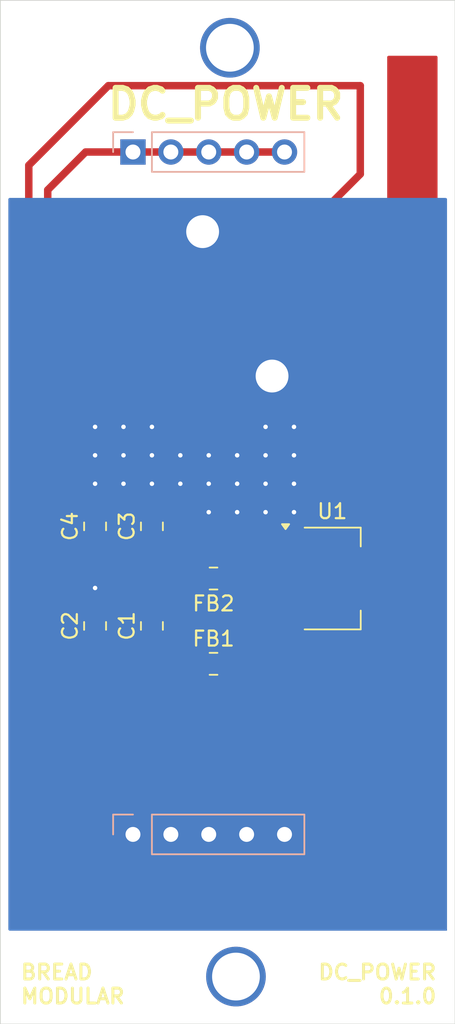
<source format=kicad_pcb>
(kicad_pcb (version 20240108) (generator "pcbnew") (generator_version "8.0")
  (layers (0 "F.Cu" signal) (31 "B.Cu" signal) (34 "B.Paste" user) (35 "F.Paste" user) (36 "B.SilkS" user "B.Silkscreen") (37 "F.SilkS" user "F.Silkscreen") (38 "B.Mask" user) (39 "F.Mask" user) (44 "Edge.Cuts" user))
  (net 0 "")
  (net 1 "GND")
  (net 2 "+5V")
  (net 4 "Net-(C1-Pad1)")
  (net 5 "Net-(U1-VI)")
  (net 6 "Net-(U1-VO)")
  (footprint "Capacitor_SMD:C_0805_2012Metric" (layer "F.Cu") (at 57.15 75.88 90)
    (property "Reference" "C3" (at 0 -1.68 90) (layer "F.SilkS"))
    (property "Value" "10uf")
    (fp_line (start -0.261252 -0.735) (end 0.261252 -0.735) (stroke (width 0.12)) (layer "F.SilkS"))
    (fp_line (start -0.261252 0.735) (end 0.261252 0.735) (stroke (width 0.12)) (layer "F.SilkS"))
    (pad "1" smd roundrect (at -0.95 0 90) (size 1 1.45) (layers "F.Cu" "F.Paste" "F.Mask") (net 2 "+5V"))
    (pad "2" smd roundrect (at 0.95 0 90) (size 1 1.45) (layers "F.Cu" "F.Paste" "F.Mask") (net 1 "GND"))
  )
  (footprint "Capacitor_SMD:C_0805_2012Metric" (layer "F.Cu") (at 57.15 82.55 90)
    (property "Reference" "C1" (at 0 -1.68 90) (layer "F.SilkS"))
    (property "Value" "10uf")
    (fp_line (start -0.261252 -0.735) (end 0.261252 -0.735) (stroke (width 0.12)) (layer "F.SilkS"))
    (fp_line (start -0.261252 0.735) (end 0.261252 0.735) (stroke (width 0.12)) (layer "F.SilkS"))
    (pad "1" smd roundrect (at -0.95 0 90) (size 1 1.45) (layers "F.Cu" "F.Paste" "F.Mask") (net 4 "Net-(C1-Pad1)"))
    (pad "2" smd roundrect (at 0.95 0 90) (size 1 1.45) (layers "F.Cu" "F.Paste" "F.Mask") (net 1 "GND"))
  )
  (footprint "Package_TO_SOT_SMD:SOT-223" (layer "F.Cu") (at 69.24 79.375)
    (property "Reference" "U1" (at 0 -4.5 0) (layer "F.SilkS"))
    (property "Value" "AMS1117-5.0")
    (fp_line (start -1.85 -3.41) (end 1.91 -3.41) (stroke (width 0.12)) (layer "F.SilkS"))
    (fp_line (start -1.85 3.41) (end 1.91 3.41) (stroke (width 0.12)) (layer "F.SilkS"))
    (fp_line (start 1.91 -3.41) (end 1.91 -2.15) (stroke (width 0.12)) (layer "F.SilkS"))
    (fp_line (start 1.91 3.41) (end 1.91 2.15) (stroke (width 0.12)) (layer "F.SilkS"))
    (fp_poly (pts (xy -3.13 -3.31) (xy -3.37 -3.64) (xy -2.89 -3.64) (xy -3.13 -3.31)) (stroke (width 0.12)) (fill solid) (layer "F.SilkS"))
    (pad "1" smd roundrect (at -3.15 -2.3) (size 2 1.5) (layers "F.Cu" "F.Paste" "F.Mask") (net 1 "GND"))
    (pad "2" smd roundrect (at -3.15 0) (size 2 1.5) (layers "F.Cu" "F.Paste" "F.Mask") (net 6 "Net-(U1-VO)"))
    (pad "3" smd roundrect (at -3.15 2.3) (size 2 1.5) (layers "F.Cu" "F.Paste" "F.Mask") (net 5 "Net-(U1-VI)"))
    (pad "4" smd roundrect (at 3.15 0) (size 2 3.8) (layers "F.Cu" "F.Paste" "F.Mask"))
  )
  (footprint "Capacitor_SMD:C_0805_2012Metric" (layer "F.Cu") (at 61.28 79.375 180)
    (property "Reference" "FB2" (at 0 -1.68 360) (layer "F.SilkS"))
    (property "Value" "GZ2012E800TF")
    (fp_line (start -0.261252 0.735) (end 0.261252 0.735) (stroke (width 0.12)) (layer "F.SilkS"))
    (fp_line (start -0.261252 -0.735) (end 0.261252 -0.735) (stroke (width 0.12)) (layer "F.SilkS"))
    (pad "1" smd roundrect (at -0.95 0 180) (size 1 1.45) (layers "F.Cu" "F.Paste" "F.Mask") (net 6 "Net-(U1-VO)"))
    (pad "2" smd roundrect (at 0.95 0 180) (size 1 1.45) (layers "F.Cu" "F.Paste" "F.Mask") (net 2 "+5V"))
  )
  (footprint "Capacitor_SMD:C_0805_2012Metric" (layer "F.Cu") (at 61.28 85.09)
    (property "Reference" "FB1" (at 0 -1.68 0) (layer "F.SilkS"))
    (property "Value" "GZ2012E800TF")
    (fp_line (start -0.261252 -0.735) (end 0.261252 -0.735) (stroke (width 0.12)) (layer "F.SilkS"))
    (fp_line (start -0.261252 0.735) (end 0.261252 0.735) (stroke (width 0.12)) (layer "F.SilkS"))
    (pad "1" smd roundrect (at -0.95 0) (size 1 1.45) (layers "F.Cu" "F.Paste" "F.Mask") (net 4 "Net-(C1-Pad1)"))
    (pad "2" smd roundrect (at 0.95 0) (size 1 1.45) (layers "F.Cu" "F.Paste" "F.Mask") (net 5 "Net-(U1-VI)"))
  )
  (footprint "Capacitor_SMD:C_0805_2012Metric" (layer "F.Cu") (at 53.34 82.55 90)
    (property "Reference" "C2" (at 0 -1.68 90) (layer "F.SilkS"))
    (property "Value" "0.1uf")
    (fp_line (start -0.261252 -0.735) (end 0.261252 -0.735) (stroke (width 0.12)) (layer "F.SilkS"))
    (fp_line (start -0.261252 0.735) (end 0.261252 0.735) (stroke (width 0.12)) (layer "F.SilkS"))
    (pad "1" smd roundrect (at -0.95 0 90) (size 1 1.45) (layers "F.Cu" "F.Paste" "F.Mask") (net 4 "Net-(C1-Pad1)"))
    (pad "2" smd roundrect (at 0.95 0 90) (size 1 1.45) (layers "F.Cu" "F.Paste" "F.Mask") (net 1 "GND"))
  )
  (footprint "Capacitor_SMD:C_0805_2012Metric" (layer "F.Cu") (at 53.34 75.88 90)
    (property "Reference" "C4" (at 0 -1.68 90) (layer "F.SilkS"))
    (property "Value" "0.1uf")
    (fp_line (start -0.261252 -0.735) (end 0.261252 -0.735) (stroke (width 0.12)) (layer "F.SilkS"))
    (fp_line (start -0.261252 0.735) (end 0.261252 0.735) (stroke (width 0.12)) (layer "F.SilkS"))
    (pad "1" smd roundrect (at -0.95 0 90) (size 1 1.45) (layers "F.Cu" "F.Paste" "F.Mask") (net 2 "+5V"))
    (pad "2" smd roundrect (at 0.95 0 90) (size 1 1.45) (layers "F.Cu" "F.Paste" "F.Mask") (net 1 "GND"))
  )
  (footprint "BreadModular_DC:DC-182-25A" (layer "F.Cu") (at 68.37 57.67 180)
    (property "Reference" "J1")
    (property "Value" "Barrel_Jack_Switch")
    (pad "" np_thru_hole circle (at 3.165 -8.14 90) (size 2.2 2.2) (drill 2.2) (layers "F&B.Cu" "*.Mask"))
    (pad "" np_thru_hole circle (at 7.82 1.535 90) (size 2.2 2.2) (drill 2.2) (layers "F&B.Cu" "*.Mask"))
    (pad "1" smd rect (at 7.42 -9.98 90) (size 3.6 4.2) (layers "F.Cu" "F.Paste" "F.Mask") (net 1 "GND"))
    (pad "2" smd rect (at 0.33 -4.66 90) (size 3.4 4.4) (layers "F.Cu" "F.Paste" "F.Mask"))
    (pad "3" smd rect (at 1.25 1.39 90) (size 3.4 7) (layers "F.Cu" "F.Paste" "F.Mask") (net 4 "Net-(C1-Pad1)"))
  )
  (footprint "Connector_PinHeader_2.54mm:PinHeader_1x05_P2.54mm_Vertical" (layer "B.Cu") (at 55.88 96.52 -90)
    (property "Reference" "GND1" (hide yes))
    (property "Value" "Conn_01x05_Pin")
    (fp_line (start -1.33 1.33) (end -1.33 0) (stroke (width 0.12)) (layer "B.SilkS"))
    (fp_line (start 0 1.33) (end -1.33 1.33) (stroke (width 0.12)) (layer "B.SilkS"))
    (fp_line (start 1.33 -1.27) (end -1.33 -1.27) (stroke (width 0.12)) (layer "B.SilkS"))
    (fp_line (start -1.33 -11.49) (end -1.33 -1.27) (stroke (width 0.12)) (layer "B.SilkS"))
    (fp_line (start 1.33 -11.49) (end 1.33 -1.27) (stroke (width 0.12)) (layer "B.SilkS"))
    (fp_line (start 1.33 -11.49) (end -1.33 -11.49) (stroke (width 0.12)) (layer "B.SilkS"))
    (pad "1" thru_hole rect (at 0 0 270) (size 1.7 1.7) (drill 1) (layers "*.Cu" "*.Mask") (net 1 "GND"))
    (pad "2" thru_hole oval (at 0 -2.54 270) (size 1.7 1.7) (drill 1) (layers "*.Cu" "*.Mask") (net 1 "GND"))
    (pad "3" thru_hole oval (at 0 -5.08 270) (size 1.7 1.7) (drill 1) (layers "*.Cu" "*.Mask") (net 1 "GND"))
    (pad "4" thru_hole oval (at 0 -7.62 270) (size 1.7 1.7) (drill 1) (layers "*.Cu" "*.Mask") (net 1 "GND"))
    (pad "5" thru_hole oval (at 0 -10.16 270) (size 1.7 1.7) (drill 1) (layers "*.Cu" "*.Mask") (net 1 "GND"))
  )
  (footprint "Connector_PinHeader_2.54mm:PinHeader_1x05_P2.54mm_Vertical" (layer "B.Cu") (at 55.88 50.8 -90)
    (property "Reference" "5V1" (hide yes))
    (property "Value" "Conn_01x05_Pin")
    (fp_line (start -1.33 1.33) (end -1.33 0) (stroke (width 0.12)) (layer "B.SilkS"))
    (fp_line (start 0 1.33) (end -1.33 1.33) (stroke (width 0.12)) (layer "B.SilkS"))
    (fp_line (start 1.33 -1.27) (end -1.33 -1.27) (stroke (width 0.12)) (layer "B.SilkS"))
    (fp_line (start -1.33 -11.49) (end -1.33 -1.27) (stroke (width 0.12)) (layer "B.SilkS"))
    (fp_line (start 1.33 -11.49) (end 1.33 -1.27) (stroke (width 0.12)) (layer "B.SilkS"))
    (fp_line (start 1.33 -11.49) (end -1.33 -11.49) (stroke (width 0.12)) (layer "B.SilkS"))
    (pad "1" thru_hole rect (at 0 0 270) (size 1.7 1.7) (drill 1) (layers "*.Cu" "*.Mask") (net 2 "+5V"))
    (pad "2" thru_hole oval (at 0 -2.54 270) (size 1.7 1.7) (drill 1) (layers "*.Cu" "*.Mask") (net 2 "+5V"))
    (pad "3" thru_hole oval (at 0 -5.08 270) (size 1.7 1.7) (drill 1) (layers "*.Cu" "*.Mask") (net 2 "+5V"))
    (pad "4" thru_hole oval (at 0 -7.62 270) (size 1.7 1.7) (drill 1) (layers "*.Cu" "*.Mask") (net 2 "+5V"))
    (pad "5" thru_hole oval (at 0 -10.16 270) (size 1.7 1.7) (drill 1) (layers "*.Cu" "*.Mask") (net 2 "+5V"))
  )
  (gr_poly (pts (xy 59.69 78.105) (xy 59.69 75.565) (xy 51.435 75.565) (xy 51.435 59.055) (xy 63.5 59.055) (xy 63.5 67.945) (xy 68.58 67.945) (xy 68.58 78.105)) (stroke (width 0.2)) (fill solid) (layer "F.Cu") (net 1))
  (gr_poly (pts (xy 70.485 83.82) (xy 65.405 83.82) (xy 65.405 87.63) (xy 48.895 87.63) (xy 48.895 93.345) (xy 76.2 93.345) (xy 76.2 44.45) (xy 73.025 44.45) (xy 73.025 65.405) (xy 70.485 65.405)) (stroke (width 0.2)) (fill solid) (layer "F.Cu"))
  (gr_poly (pts (xy 47.625 53.975) (xy 76.835 53.975) (xy 76.835 102.87) (xy 47.625 102.87)) (stroke (width 0.2)) (fill solid) (layer "B.Cu") (net 1))
  (gr_line (start 46.99 109.22) (end 77.47 109.22) (stroke (width 0.05)) (layer "Edge.Cuts"))
  (gr_line (start 77.47 40.64) (end 46.99 40.64) (stroke (width 0.05)) (layer "Edge.Cuts"))
  (gr_line (start 46.99 40.64) (end 46.99 109.22) (stroke (width 0.05)) (layer "Edge.Cuts"))
  (gr_line (start 77.47 109.22) (end 77.47 40.64) (stroke (width 0.05)) (layer "Edge.Cuts"))
  (gr_text "DC_POWER\n0.1.0" (at 76.327 107.95 0) (layer "F.SilkS") (effects (font (size 1 1) (thickness 0.2) (bold yes)) (justify right bottom)))
  (gr_text "DC_POWER" (at 53.975 48.768 0) (layer "F.SilkS") (effects (font (size 2 2) (thickness 0.4) (bold yes)) (justify left bottom)))
  (gr_text "BREAD\nMODULAR" (at 48.26 107.95 0) (layer "F.SilkS") (effects (font (size 1 1) (thickness 0.2) (bold yes)) (justify left bottom)))
  (via (at 62.784908 106.045) (size 4) (drill 3.2) (layers "F.Cu" "B.Cu") (net 0))
  (via (at 62.37758 43.815) (size 4) (drill 3.2) (layers "F.Cu" "B.Cu") (net 0))
  (segment (start 57.15 81.6) (end 53.34 81.6) (width 0.5) (layer "F.Cu") (net 1))
  (segment (start 55.88 96.52) (end 66.04 96.52) (width 0.5) (layer "F.Cu") (net 1))
  (segment (start 57.15 74.93) (end 53.34 74.93) (width 0.5) (layer "F.Cu") (net 1))
  (segment (start 61.595 74.93) (end 57.15 74.93) (width 0.5) (layer "F.Cu") (net 1))
  (segment (start 63.74 77.075) (end 61.595 74.93) (width 0.5) (layer "F.Cu") (net 1))
  (segment (start 53.34 81.6) (end 53.34 80.01) (width 0.5) (layer "F.Cu") (net 1))
  (segment (start 65.945 76.93) (end 66.09 77.075) (width 0.5) (layer "F.Cu") (net 1))
  (segment (start 66.09 77.075) (end 63.74 77.075) (width 0.5) (layer "F.Cu") (net 1))
  (via (at 53.34 73.025) (size 0.7) (drill 0.3) (layers "F.Cu" "B.Cu") (net 1))
  (via (at 53.34 69.215) (size 0.7) (drill 0.3) (layers "F.Cu" "B.Cu") (net 1))
  (via (at 57.15 69.215) (size 0.7) (drill 0.3) (layers "F.Cu" "B.Cu") (net 1))
  (via (at 55.245 71.12) (size 0.7) (drill 0.3) (layers "F.Cu" "B.Cu") (net 1))
  (via (at 64.77 71.12) (size 0.7) (drill 0.3) (layers "F.Cu" "B.Cu") (net 1))
  (via (at 59.055 71.12) (size 0.7) (drill 0.3) (layers "F.Cu" "B.Cu") (net 1))
  (via (at 62.865 73.025) (size 0.7) (drill 0.3) (layers "F.Cu" "B.Cu") (net 1))
  (via (at 64.77 74.93) (size 0.7) (drill 0.3) (layers "F.Cu" "B.Cu") (net 1))
  (via (at 62.865 74.93) (size 0.7) (drill 0.3) (layers "F.Cu" "B.Cu") (net 1))
  (via (at 55.245 69.215) (size 0.7) (drill 0.3) (layers "F.Cu" "B.Cu") (net 1))
  (via (at 66.675 69.215) (size 0.7) (drill 0.3) (layers "F.Cu" "B.Cu") (net 1))
  (via (at 62.865 71.12) (size 0.7) (drill 0.3) (layers "F.Cu" "B.Cu") (net 1))
  (via (at 53.34 71.12) (size 0.7) (drill 0.3) (layers "F.Cu" "B.Cu") (net 1))
  (via (at 55.245 73.025) (size 0.7) (drill 0.3) (layers "F.Cu" "B.Cu") (net 1))
  (via (at 66.675 74.93) (size 0.7) (drill 0.3) (layers "F.Cu" "B.Cu") (net 1))
  (via (at 59.055 73.025) (size 0.7) (drill 0.3) (layers "F.Cu" "B.Cu") (net 1))
  (via (at 57.15 71.12) (size 0.7) (drill 0.3) (layers "F.Cu" "B.Cu") (net 1))
  (via (at 60.96 74.93) (size 0.7) (drill 0.3) (layers "F.Cu" "B.Cu") (net 1))
  (via (at 64.77 69.215) (size 0.7) (drill 0.3) (layers "F.Cu" "B.Cu") (net 1))
  (via (at 64.77 73.025) (size 0.7) (drill 0.3) (layers "F.Cu" "B.Cu") (net 1))
  (via (at 53.34 80.01) (size 0.7) (drill 0.3) (layers "F.Cu" "B.Cu") (net 1))
  (via (at 60.96 71.12) (size 0.7) (drill 0.3) (layers "F.Cu" "B.Cu") (net 1))
  (via (at 66.675 71.12) (size 0.7) (drill 0.3) (layers "F.Cu" "B.Cu") (net 1))
  (via (at 66.675 73.025) (size 0.7) (drill 0.3) (layers "F.Cu" "B.Cu") (net 1))
  (via (at 60.96 73.025) (size 0.7) (drill 0.3) (layers "F.Cu" "B.Cu") (net 1))
  (via (at 57.15 73.025) (size 0.7) (drill 0.3) (layers "F.Cu" "B.Cu") (net 1))
  (segment (start 53.34 80.01) (end 53.34 73.025) (width 0.5) (layer "B.Cu") (net 1))
  (segment (start 50.165 76.2) (end 50.8 76.835) (width 0.5) (layer "F.Cu") (net 2))
  (segment (start 55.88 50.8) (end 52.705 50.8) (width 0.5) (layer "F.Cu") (net 2))
  (segment (start 50.805 76.83) (end 53.34 76.83) (width 0.5) (layer "F.Cu") (net 2))
  (segment (start 52.705 50.8) (end 50.165 53.34) (width 0.5) (layer "F.Cu") (net 2))
  (segment (start 50.8 76.835) (end 50.805 76.83) (width 0.5) (layer "F.Cu") (net 2))
  (segment (start 60.33 79.375) (end 59.695 79.375) (width 0.5) (layer "F.Cu") (net 2))
  (segment (start 55.88 50.8) (end 66.04 50.8) (width 0.5) (layer "F.Cu") (net 2))
  (segment (start 57.15 76.83) (end 53.34 76.83) (width 0.5) (layer "F.Cu") (net 2))
  (segment (start 59.695 79.375) (end 57.15 76.83) (width 0.5) (layer "F.Cu") (net 2))
  (segment (start 50.165 53.34) (end 50.165 76.2) (width 0.5) (layer "F.Cu") (net 2))
  (segment (start 67.12 56.28) (end 71.12 52.28) (width 0.5) (layer "F.Cu") (net 4))
  (segment (start 50.48 83.5) (end 53.34 83.5) (width 0.5) (layer "F.Cu") (net 4))
  (segment (start 48.895 51.689) (end 48.895 81.915) (width 0.5) (layer "F.Cu") (net 4))
  (segment (start 57.15 83.5) (end 53.34 83.5) (width 0.5) (layer "F.Cu") (net 4))
  (segment (start 58.74 83.5) (end 60.33 85.09) (width 0.5) (layer "F.Cu") (net 4))
  (segment (start 71.12 52.28) (end 71.12 46.355) (width 0.5) (layer "F.Cu") (net 4))
  (segment (start 57.15 83.5) (end 58.74 83.5) (width 0.5) (layer "F.Cu") (net 4))
  (segment (start 48.895 81.915) (end 50.48 83.5) (width 0.5) (layer "F.Cu") (net 4))
  (segment (start 71.12 46.355) (end 54.229 46.355) (width 0.5) (layer "F.Cu") (net 4))
  (segment (start 54.229 46.355) (end 48.895 51.689) (width 0.5) (layer "F.Cu") (net 4))
  (segment (start 65.645 81.675) (end 62.23 85.09) (width 0.5) (layer "F.Cu") (net 5))
  (segment (start 66.09 81.675) (end 65.645 81.675) (width 0.5) (layer "F.Cu") (net 5))
  (segment (start 62.23 79.375) (end 66.09 79.375) (width 0.5) (layer "F.Cu") (net 6))
)
</source>
